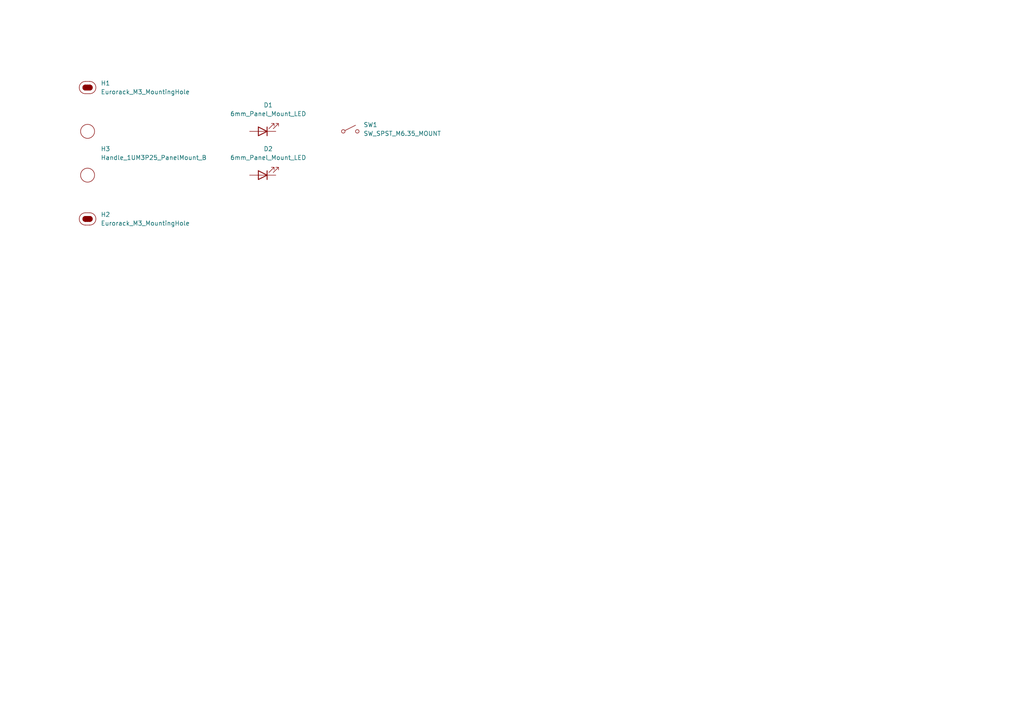
<source format=kicad_sch>
(kicad_sch (version 20250114) (generator "eeschema") (generator_version "9.0")
  (paper "A4")
  (lib_symbols
    (symbol "EXC:6mm_Panel_Mount_LED" (pin_numbers (hide yes)) (pin_names (offset 1.016) (hide yes))
      (property "Reference" "D" (at 0 2.54 0))
      (property "Value" "6mm_Panel_Mount_LED" (at 0 -3.556 0))
      (symbol "6mm_Panel_Mount_LED_0_1"
        (polyline (pts (xy -1.27 1.27) (xy -1.27 -1.27) (xy 1.27 0) (xy -1.27 1.27)) (stroke (width 0.254)))
        (polyline (pts (xy 1.27 1.27) (xy 1.27 -1.27)) (stroke (width 0.254)))
        (polyline (pts (xy 1.27 0) (xy -1.27 0)))
        (polyline (pts (xy 1.778 0.762) (xy 3.302 2.286) (xy 2.54 2.286) (xy 3.302 2.286) (xy 3.302 1.524)))
        (polyline (pts (xy 3.048 0.762) (xy 4.572 2.286) (xy 3.81 2.286) (xy 4.572 2.286) (xy 4.572 1.524)))
      )
      (symbol "6mm_Panel_Mount_LED_1_1"
        (pin passive line (at -3.81 0 0) (length 2.54) (name "A") (number "2"))
        (pin passive line (at 3.81 0 180) (length 2.54) (name "K") (number "1"))
      )
    )
    (symbol "EXC:Eurorack_M3_MountingHole" (pin_names (offset 1.016))
      (property "Reference" "H" (at 0 5.08 0))
      (property "Value" "Eurorack_M3_MountingHole" (at 0 3.175 0))
      (symbol "Eurorack_M3_MountingHole_0_1"
        (polyline (pts (xy -0.635 0.762) (xy 0.635 0.762)))
        (circle (center -0.635 0) (radius 0.762) (fill (type outline)))
        (arc (start -0.635 -0.762) (mid -1.397 0) (end -0.635 0.762))
        (arc (start -0.635 -1.778) (mid -2.413 0) (end -0.635 1.778))
        (polyline (pts (xy -0.635 -0.762) (xy 0.635 -0.762)))
        (polyline (pts (xy -0.635 -1.778) (xy 0.635 -1.778)))
        (circle (center 0 0) (radius 0.762) (fill (type outline)))
        (polyline (pts (xy 0.635 1.778) (xy -0.635 1.778)))
        (arc (start 0.6141 1.778) (mid 2.4131 0) (end 0.6141 -1.778))
        (arc (start 0.6227 0.762) (mid 1.3971 0) (end 0.6227 -0.762))
        (circle (center 0.635 0) (radius 0.762) (fill (type outline)))
      )
    )
    (symbol "EXC:Handle_1UM3P25_B"
      (property "Reference" "H" (at 0 -6.35 0))
      (property "Value" "Handle_1UM3P25_PanelMount_B" (at 0.254 -17.018 0))
      (symbol "Handle_1UM3P25_B_0_1"
        (circle (center 0 0) (radius 2.032))
        (circle (center 0 -12.7) (radius 2.032))
      )
    )
    (symbol "EXC:SW_SPDT-M6.35_Panel_Mount" (pin_names (offset 0) (hide yes))
      (property "Reference" "SW" (at 0 3.175 0))
      (property "Value" "SW_SPST_M6.35_MOUNT" (at 0 -2.032 0))
      (symbol "SW_SPDT-M6.35_Panel_Mount_0_0"
        (circle (center -2.032 0) (radius 0.508))
        (polyline (pts (xy -1.524 0.254) (xy 1.524 1.778)))
        (circle (center 2.032 0) (radius 0.508))
      )
    )
  )
  (symbol (lib_id "EXC:SW_SPDT-M6.35_Panel_Mount") (at 101.6 38.1 0) (unit 1)
    (property "Reference" "SW1" (at 105.41 36.1949 0) (effects (justify left)))
    (property "Value" "SW_SPST_M6.35_MOUNT" (at 105.41 38.7349 0) (effects (justify left)))
    (property "Footprint" "EXC:SW_SPDT_M6.35_Panel_Mount" (effects (hide yes)))
    (property "Datasheet" "https://ae01.alicdn.com/kf/S30ba4cd8ca6748179fcb108112fb1d3fP.jpg" (effects (hide yes)))
    (property "Description" "Single Pole Dual-Throw (SPDT) M6.35 panel-mount switch" (effects (hide yes)))
    (property "Source" "https://www.aliexpress.com/item/4000512396094.html" (effects (hide yes)))
  )
  (symbol (lib_id "EXC:6mm_Panel_Mount_LED") (at 76.2 38.1 0) (unit 1)
    (property "Reference" "D1" (at 77.7875 30.48 0))
    (property "Value" "6mm_Panel_Mount_LED" (at 77.7875 33.02 0))
    (property "Footprint" "EXC:6mm_Panel_Mount_LED" (effects (hide yes)))
    (property "Description" "Light emitting diode" (effects (hide yes)))
  )
  (symbol (lib_id "EXC:Eurorack_M3_MountingHole") (at 25.4 25.4 0) (unit 1)
    (property "Reference" "H1" (at 29.21 24.1299 0) (effects (justify left)))
    (property "Value" "Eurorack_M3_MountingHole" (at 29.21 26.6699 0) (effects (justify left)))
    (property "Footprint" "EXC:MountingHole_3.2mm_M3" (effects (hide yes)))
    (property "Description" "Mounting Hole without connection" (effects (hide yes)))
  )
  (symbol (lib_id "EXC:6mm_Panel_Mount_LED") (at 76.2 50.8 0) (unit 1)
    (property "Reference" "D2" (at 77.7875 43.18 0))
    (property "Value" "6mm_Panel_Mount_LED" (at 77.7875 45.72 0))
    (property "Footprint" "EXC:6mm_Panel_Mount_LED" (effects (hide yes)))
    (property "Description" "Light emitting diode" (effects (hide yes)))
  )
  (symbol (lib_id "EXC:Eurorack_M3_MountingHole") (at 25.4 63.5 0) (unit 1)
    (property "Reference" "H2" (at 29.21 62.2299 0) (effects (justify left)))
    (property "Value" "Eurorack_M3_MountingHole" (at 29.21 64.7699 0) (effects (justify left)))
    (property "Footprint" "EXC:MountingHole_3.2mm_M3" (effects (hide yes)))
    (property "Description" "Mounting Hole without connection" (effects (hide yes)))
  )
  (symbol (lib_id "EXC:Handle_1UM3P25_B") (at 25.4 38.1 0) (unit 1)
    (property "Reference" "H3" (at 29.21 43.1799 0) (effects (justify left)))
    (property "Value" "Handle_1UM3P25_PanelMount_B" (at 29.21 45.7199 0) (effects (justify left)))
    (property "Footprint" "EXC:Handle_1UM3P25_B" (effects (hide yes)))
  )
)
</source>
